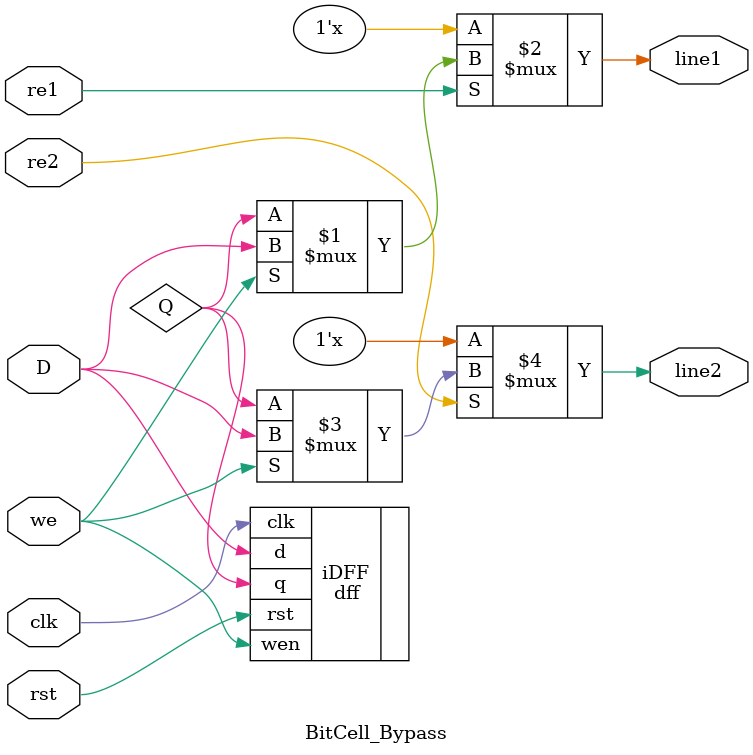
<source format=v>
/*
 * File name: bitcell_bp.v
 * File Type: Verilog Source
 * Module name: BitCell_Bypass(clk, rst, D, we, re1, re2, line1, line2)
 * Testbench: bitcell_tb.sv
 * Author: Daniel Zhao
 * Date: 10/06/2023
 * Description: This file contains a bitcell module. The module stores a single bits of data. The data is stored on the
 *              rising edge of the clock if write enable is asserted. The data read from the bitcell is available on the
 *              line when the corresponding read enable is asserted, otherwise the line is high impedance. The bitcell
 *              resets synchronously when the reset signal is asserted. Bypassing is enabled for this module.
 * Dependent files: D-Flip-Flop.v
 */
`default_nettype none
module BitCell_Bypass (clk, rst, D, we, re1, re2, line1, line2);
    
    // Inputs
    input wire clk; // clock
    input wire rst; // synchronous active high reset
    input wire D; // data input
    input wire we; // write enable
    input wire re1; // read enable 1
    input wire re2; // read enable 2

    // Outputs
    output wire line1; // data output 1
    output wire line2; // data output 2

    // Internal wires
    wire Q; // data output from D-Flip-Flop

    // Assignments without bypassing
    // assign line1 = re1 ? Q : 1'bz; // Only output the data when read enable 1 is asserted
    // assign line2 = re2 ? Q : 1'bz; // Only output the data when read enable 2 is asserted

    // Assignments with bypassing
    assign line1 = re1 ? (we ? D : Q) : 1'bz; // Output the data when read enable 1 is asserted
    assign line2 = re2 ? (we ? D : Q) : 1'bz; // Output the data when read enable 2 is asserted

    // Instantiations
    dff iDFF (.q(Q), .d(D), .wen(we), .clk(clk), .rst(rst)); // D-Flip-Flop instantiation
endmodule
</source>
